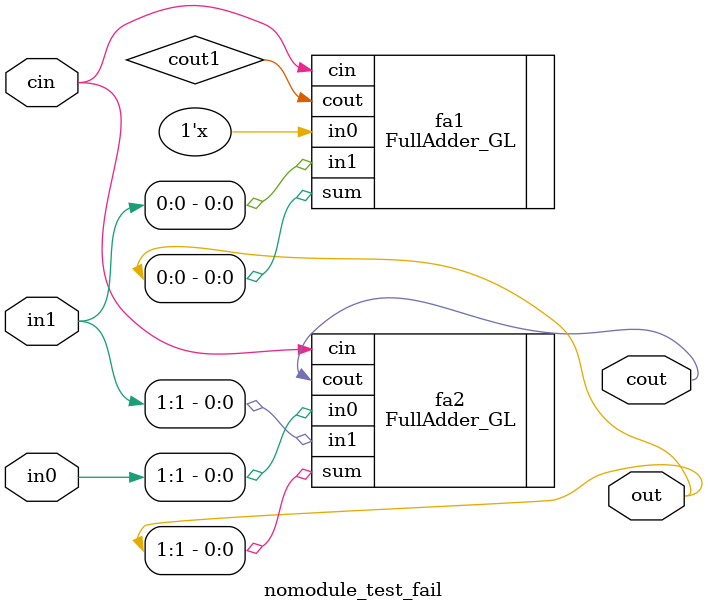
<source format=v>
`include "FullAdder_GL.v"

module nomodule_test_fail(
    input  wire [1:0] in0,
    input  wire [1:0] in1,
    input  wire cin,
    output wire cout, 
    output wire [1:0] out
);
  
  wire cout1;

  FullAdder_GL fa1 (
    .in0 (inp[0]),
    .in1 (in1[0]),
    .cin (cin),
    .cout(cout1),
    .sum (out[0])
  );

  FullAdder_GL fa2 (
    .in0 (in0[1]),
    .in1 (in1[1]),
    .cin (cin),
    .cout(cout),
    .sum (out[1])
  );

endmodule


</source>
